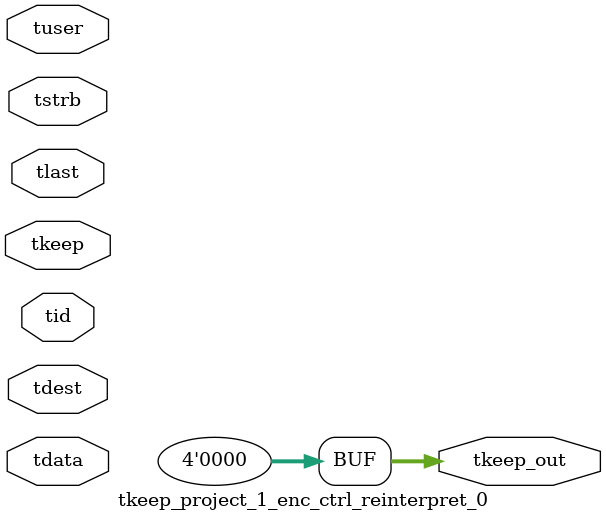
<source format=v>


`timescale 1ps/1ps

module tkeep_project_1_enc_ctrl_reinterpret_0 #
(
parameter C_S_AXIS_TDATA_WIDTH = 32,
parameter C_S_AXIS_TUSER_WIDTH = 0,
parameter C_S_AXIS_TID_WIDTH   = 0,
parameter C_S_AXIS_TDEST_WIDTH = 0,
parameter C_M_AXIS_TDATA_WIDTH = 32
)
(
input  [(C_S_AXIS_TDATA_WIDTH == 0 ? 1 : C_S_AXIS_TDATA_WIDTH)-1:0     ] tdata,
input  [(C_S_AXIS_TUSER_WIDTH == 0 ? 1 : C_S_AXIS_TUSER_WIDTH)-1:0     ] tuser,
input  [(C_S_AXIS_TID_WIDTH   == 0 ? 1 : C_S_AXIS_TID_WIDTH)-1:0       ] tid,
input  [(C_S_AXIS_TDEST_WIDTH == 0 ? 1 : C_S_AXIS_TDEST_WIDTH)-1:0     ] tdest,
input  [(C_S_AXIS_TDATA_WIDTH/8)-1:0 ] tkeep,
input  [(C_S_AXIS_TDATA_WIDTH/8)-1:0 ] tstrb,
input                                                                    tlast,
output [(C_M_AXIS_TDATA_WIDTH/8)-1:0 ] tkeep_out
);

assign tkeep_out = {1'b0};

endmodule


</source>
